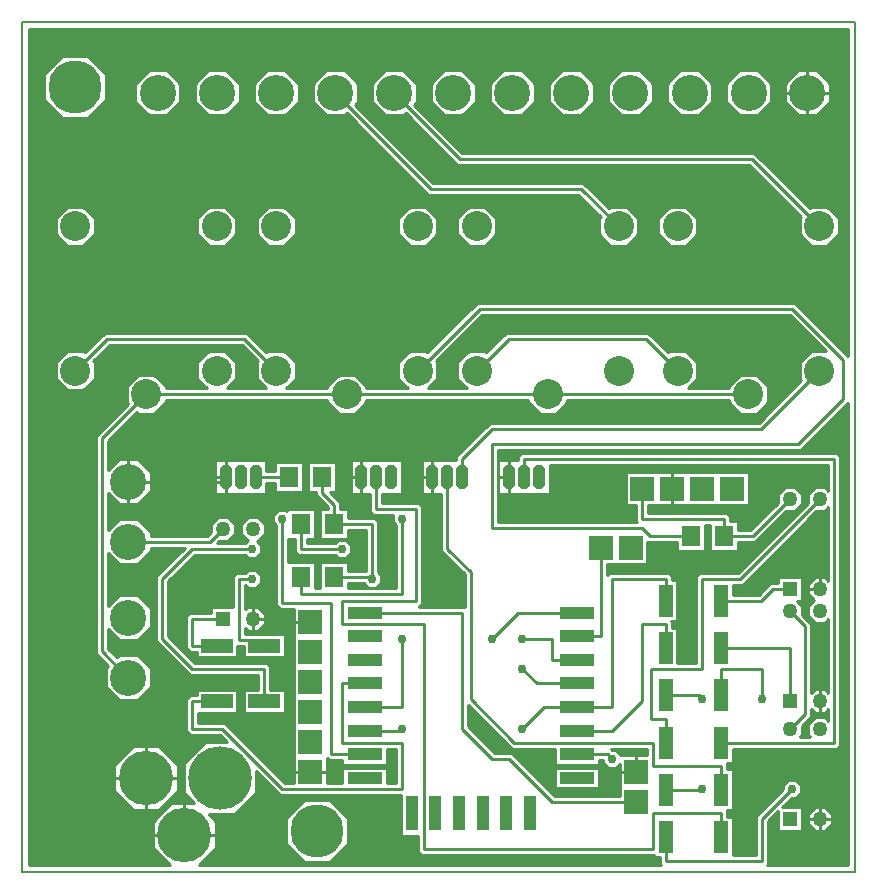
<source format=gbr>
G04 PROTEUS GERBER X2 FILE*
%TF.GenerationSoftware,Labcenter,Proteus,8.13-SP0-Build31525*%
%TF.CreationDate,2022-07-11T20:54:32+00:00*%
%TF.FileFunction,Copper,L1,Top*%
%TF.FilePolarity,Positive*%
%TF.Part,Single*%
%TF.SameCoordinates,{67e9d6b1-9973-4f3b-b57f-a68231676cbc}*%
%FSLAX45Y45*%
%MOMM*%
G01*
%TA.AperFunction,Conductor*%
%ADD10C,0.254000*%
%TA.AperFunction,ViaPad*%
%ADD11C,0.762000*%
%TA.AperFunction,ComponentPad*%
%ADD12C,3.048000*%
%TA.AperFunction,SMDPad,CuDef*%
%ADD13R,3.000000X1.000000*%
%ADD14R,1.000000X3.000000*%
%TA.AperFunction,SMDPad,CuDef*%
%ADD15R,2.692400X1.193800*%
%ADD16R,1.193800X2.692400*%
%TA.AperFunction,ComponentPad*%
%ADD17R,1.270000X1.270000*%
%ADD18C,1.270000*%
%TA.AperFunction,ComponentPad*%
%ADD19C,2.540000*%
%TA.AperFunction,ComponentPad*%
%ADD70R,2.032000X2.032000*%
%TA.AperFunction,ComponentPad*%
%ADD71C,4.600000*%
%ADD20C,5.360000*%
%AMPPAD013*
4,1,34,
0.000010,1.040000,
0.106330,1.029650,
0.204650,0.999880,
0.293070,0.952590,
0.369690,0.889690,
0.432590,0.813070,
0.479880,0.724650,
0.509650,0.626330,
0.520000,0.520010,
0.520000,-0.520010,
0.509650,-0.626330,
0.479880,-0.724650,
0.432590,-0.813070,
0.369690,-0.889690,
0.293070,-0.952590,
0.204650,-0.999880,
0.106330,-1.029650,
-0.000010,-1.040000,
-0.106330,-1.029650,
-0.204650,-0.999880,
-0.293070,-0.952590,
-0.369690,-0.889690,
-0.432590,-0.813070,
-0.479880,-0.724650,
-0.509650,-0.626330,
-0.520000,-0.520010,
-0.520000,0.520010,
-0.509650,0.626330,
-0.479880,0.724650,
-0.432590,0.813070,
-0.369690,0.889690,
-0.293070,0.952590,
-0.204650,0.999880,
-0.106330,1.029650,
0.000010,1.040000,
0*%
%ADD21PPAD013*%
%TA.AperFunction,SMDPad,CuDef*%
%ADD22R,1.600000X1.800000*%
%TA.AperFunction,OtherPad,Unknown*%
%ADD23C,4.500000*%
%TA.AperFunction,Profile*%
%ADD24C,0.203200*%
%TD.AperFunction*%
G36*
X+6989040Y+4376800D02*
X+6541041Y+4824799D01*
X+3852959Y+4824799D01*
X+3430822Y+4402662D01*
X+3418386Y+4415099D01*
X+3281614Y+4415099D01*
X+3184901Y+4318386D01*
X+3184901Y+4181614D01*
X+3265716Y+4100799D01*
X+2915099Y+4100799D01*
X+2915099Y+4118386D01*
X+2818386Y+4215099D01*
X+2681614Y+4215099D01*
X+2584901Y+4118386D01*
X+2584901Y+4100799D01*
X+2234284Y+4100799D01*
X+2315099Y+4181614D01*
X+2315099Y+4318386D01*
X+2218386Y+4415099D01*
X+2081614Y+4415099D01*
X+2069178Y+4402662D01*
X+1901041Y+4570799D01*
X+698959Y+4570799D01*
X+530822Y+4402662D01*
X+518386Y+4415099D01*
X+381614Y+4415099D01*
X+284901Y+4318386D01*
X+284901Y+4181614D01*
X+381614Y+4084901D01*
X+518386Y+4084901D01*
X+615099Y+4181614D01*
X+615099Y+4318386D01*
X+602662Y+4330822D01*
X+741041Y+4469201D01*
X+1858959Y+4469201D01*
X+1997338Y+4330822D01*
X+1984901Y+4318386D01*
X+1984901Y+4181614D01*
X+2065716Y+4100799D01*
X+1734284Y+4100799D01*
X+1815099Y+4181614D01*
X+1815099Y+4318386D01*
X+1718386Y+4415099D01*
X+1581614Y+4415099D01*
X+1484901Y+4318386D01*
X+1484901Y+4181614D01*
X+1565716Y+4100799D01*
X+1215099Y+4100799D01*
X+1215099Y+4118386D01*
X+1118386Y+4215099D01*
X+981614Y+4215099D01*
X+884901Y+4118386D01*
X+884901Y+3981614D01*
X+897338Y+3969178D01*
X+627201Y+3699041D01*
X+627201Y+1850959D01*
X+729377Y+1748783D01*
X+709501Y+1728907D01*
X+709501Y+1571093D01*
X+821093Y+1459501D01*
X+978907Y+1459501D01*
X+1090499Y+1571093D01*
X+1090499Y+1728907D01*
X+978907Y+1840499D01*
X+821093Y+1840499D01*
X+801217Y+1820623D01*
X+728799Y+1893041D01*
X+728799Y+2059795D01*
X+821093Y+1967501D01*
X+978907Y+1967501D01*
X+1090499Y+2079093D01*
X+1090499Y+2236907D01*
X+978907Y+2348499D01*
X+821093Y+2348499D01*
X+728799Y+2256205D01*
X+728799Y+2701795D01*
X+821093Y+2609501D01*
X+978907Y+2609501D01*
X+1090499Y+2721093D01*
X+1090499Y+2749201D01*
X+1375361Y+2749201D01*
X+1135201Y+2509041D01*
X+1135201Y+1958959D01*
X+1418959Y+1675201D01*
X+1999201Y+1675201D01*
X+1999201Y+1547789D01*
X+1877281Y+1547789D01*
X+1877281Y+1352211D01*
X+2222719Y+1352211D01*
X+2222719Y+1547789D01*
X+2100799Y+1547789D01*
X+2100799Y+1747041D01*
X+2071041Y+1776799D01*
X+1461041Y+1776799D01*
X+1236799Y+2001041D01*
X+1236799Y+2466959D01*
X+1461041Y+2691201D01*
X+1891037Y+2691201D01*
X+1916437Y+2665801D01*
X+1979563Y+2665801D01*
X+2024199Y+2710437D01*
X+2024199Y+2773563D01*
X+1987361Y+2810401D01*
X+1996084Y+2810401D01*
X+2055599Y+2869916D01*
X+2055599Y+2954084D01*
X+1996084Y+3013599D01*
X+1911916Y+3013599D01*
X+1852401Y+2954084D01*
X+1852401Y+2869916D01*
X+1910278Y+2812040D01*
X+1891037Y+2792799D01*
X+1652639Y+2792799D01*
X+1670241Y+2810401D01*
X+1742084Y+2810401D01*
X+1801599Y+2869916D01*
X+1801599Y+2954084D01*
X+1742084Y+3013599D01*
X+1657916Y+3013599D01*
X+1598401Y+2954084D01*
X+1598401Y+2882241D01*
X+1566959Y+2850799D01*
X+1090499Y+2850799D01*
X+1090499Y+2878907D01*
X+978907Y+2990499D01*
X+821093Y+2990499D01*
X+728799Y+2898205D01*
X+728799Y+3209795D01*
X+821093Y+3117501D01*
X+978907Y+3117501D01*
X+1090499Y+3229093D01*
X+1090499Y+3386907D01*
X+978907Y+3498499D01*
X+821093Y+3498499D01*
X+728799Y+3406205D01*
X+728799Y+3656959D01*
X+969178Y+3897338D01*
X+981614Y+3884901D01*
X+1118386Y+3884901D01*
X+1215099Y+3981614D01*
X+1215099Y+3999201D01*
X+2584901Y+3999201D01*
X+2584901Y+3981614D01*
X+2681614Y+3884901D01*
X+2818386Y+3884901D01*
X+2915099Y+3981614D01*
X+2915099Y+3999201D01*
X+4284901Y+3999201D01*
X+4284901Y+3981614D01*
X+4381614Y+3884901D01*
X+4518386Y+3884901D01*
X+4615099Y+3981614D01*
X+4615099Y+3999201D01*
X+5984901Y+3999201D01*
X+5984901Y+3981614D01*
X+6081614Y+3884901D01*
X+6218386Y+3884901D01*
X+6315099Y+3981614D01*
X+6315099Y+4118386D01*
X+6218386Y+4215099D01*
X+6081614Y+4215099D01*
X+5984901Y+4118386D01*
X+5984901Y+4100799D01*
X+5634284Y+4100799D01*
X+5715099Y+4181614D01*
X+5715099Y+4318386D01*
X+5618386Y+4415099D01*
X+5481614Y+4415099D01*
X+5469178Y+4402662D01*
X+5301041Y+4570799D01*
X+4098959Y+4570799D01*
X+3930822Y+4402662D01*
X+3918386Y+4415099D01*
X+3781614Y+4415099D01*
X+3684901Y+4318386D01*
X+3684901Y+4181614D01*
X+3765716Y+4100799D01*
X+3434284Y+4100799D01*
X+3515099Y+4181614D01*
X+3515099Y+4318386D01*
X+3502662Y+4330822D01*
X+3895041Y+4723201D01*
X+6498959Y+4723201D01*
X+6807061Y+4415099D01*
X+6681614Y+4415099D01*
X+6584901Y+4318386D01*
X+6584901Y+4181614D01*
X+6597338Y+4169178D01*
X+6236959Y+3808799D01*
X+3959959Y+3808799D01*
X+3676201Y+3525041D01*
X+3676201Y+3492099D01*
X+3382901Y+3492099D01*
X+3382901Y+3207901D01*
X+3549201Y+3207901D01*
X+3549201Y+2720959D01*
X+3746151Y+2524009D01*
X+3746151Y+2250798D01*
X+3362088Y+2250798D01*
X+3389349Y+2278059D01*
X+3389349Y+3096191D01*
X+3359591Y+3125949D01*
X+3050799Y+3125949D01*
X+3050799Y+3207901D01*
X+3217099Y+3207901D01*
X+3217099Y+3492099D01*
X+2782901Y+3492099D01*
X+2782901Y+3207901D01*
X+2949201Y+3207901D01*
X+2949201Y+3054109D01*
X+2978959Y+3024351D01*
X+3141801Y+3024351D01*
X+3141801Y+2964437D01*
X+3167201Y+2939037D01*
X+3167201Y+2411699D01*
X+2758099Y+2411699D01*
X+2758099Y+2449201D01*
X+2895037Y+2449201D01*
X+2932437Y+2411801D01*
X+2995563Y+2411801D01*
X+3040199Y+2456437D01*
X+3040199Y+2519563D01*
X+3014799Y+2544963D01*
X+3014799Y+2971041D01*
X+2985041Y+3000799D01*
X+2758099Y+3000799D01*
X+2758099Y+3078099D01*
X+2690799Y+3078099D01*
X+2690799Y+3135942D01*
X+2604840Y+3221901D01*
X+2658099Y+3221901D01*
X+2658099Y+3478099D01*
X+2421901Y+3478099D01*
X+2421901Y+3221901D01*
X+2489201Y+3221901D01*
X+2489201Y+3193860D01*
X+2589201Y+3093860D01*
X+2589201Y+3078099D01*
X+2521901Y+3078099D01*
X+2521901Y+2821901D01*
X+2758099Y+2821901D01*
X+2758099Y+2899201D01*
X+2913201Y+2899201D01*
X+2913201Y+2550799D01*
X+2758099Y+2550799D01*
X+2758099Y+2628099D01*
X+2521901Y+2628099D01*
X+2521901Y+2411699D01*
X+2478099Y+2411699D01*
X+2478099Y+2628099D01*
X+2252799Y+2628099D01*
X+2252799Y+2821901D01*
X+2309202Y+2821901D01*
X+2309202Y+2720959D01*
X+2338960Y+2691201D01*
X+2653037Y+2691201D01*
X+2678437Y+2665801D01*
X+2741563Y+2665801D01*
X+2786199Y+2710437D01*
X+2786199Y+2773563D01*
X+2741563Y+2818199D01*
X+2678437Y+2818199D01*
X+2653037Y+2792799D01*
X+2410798Y+2792799D01*
X+2410798Y+2821901D01*
X+2478099Y+2821901D01*
X+2478099Y+3078099D01*
X+2241901Y+3078099D01*
X+2241901Y+3063861D01*
X+2233563Y+3072199D01*
X+2170437Y+3072199D01*
X+2125801Y+3027563D01*
X+2125801Y+2964437D01*
X+2151201Y+2939037D01*
X+2151201Y+2263860D01*
X+2180959Y+2234102D01*
X+2300000Y+2234102D01*
X+2300000Y+760799D01*
X+2223041Y+760799D01*
X+1715041Y+1268799D01*
X+1490799Y+1268799D01*
X+1490799Y+1352211D01*
X+1822719Y+1352211D01*
X+1822719Y+1547789D01*
X+1477281Y+1547789D01*
X+1477281Y+1500798D01*
X+1418959Y+1500798D01*
X+1389201Y+1471040D01*
X+1389201Y+1196959D01*
X+1418959Y+1167201D01*
X+1672959Y+1167201D01*
X+1734061Y+1106099D01*
X+1548210Y+1106099D01*
X+1368901Y+926790D01*
X+1368901Y+673210D01*
X+1454012Y+588099D01*
X+1263950Y+588099D01*
X+1106901Y+431050D01*
X+1106901Y+208950D01*
X+1254891Y+60960D01*
X+60960Y+60960D01*
X+60960Y+7139040D01*
X+6989040Y+7139040D01*
X+6989040Y+4376800D01*
G37*
%LPC*%
G36*
X+959501Y+6521093D02*
X+959501Y+6678907D01*
X+1071093Y+6790499D01*
X+1228907Y+6790499D01*
X+1340499Y+6678907D01*
X+1340499Y+6521093D01*
X+1228907Y+6409501D01*
X+1071093Y+6409501D01*
X+959501Y+6521093D01*
G37*
G36*
X+1459881Y+6521093D02*
X+1459881Y+6678907D01*
X+1571473Y+6790499D01*
X+1729287Y+6790499D01*
X+1840879Y+6678907D01*
X+1840879Y+6521093D01*
X+1729287Y+6409501D01*
X+1571473Y+6409501D01*
X+1459881Y+6521093D01*
G37*
G36*
X+1960261Y+6521093D02*
X+1960261Y+6678907D01*
X+2071853Y+6790499D01*
X+2229667Y+6790499D01*
X+2341259Y+6678907D01*
X+2341259Y+6521093D01*
X+2229667Y+6409501D01*
X+2071853Y+6409501D01*
X+1960261Y+6521093D01*
G37*
G36*
X+2841639Y+6678907D02*
X+2841639Y+6521093D01*
X+2821763Y+6501217D01*
X+3482181Y+5840799D01*
X+4751041Y+5840799D01*
X+4969178Y+5622662D01*
X+4981614Y+5635099D01*
X+5118386Y+5635099D01*
X+5215099Y+5538386D01*
X+5215099Y+5401614D01*
X+5118386Y+5304901D01*
X+4981614Y+5304901D01*
X+4884901Y+5401614D01*
X+4884901Y+5538386D01*
X+4897338Y+5550822D01*
X+4708959Y+5739201D01*
X+3440099Y+5739201D01*
X+2749923Y+6429377D01*
X+2730047Y+6409501D01*
X+2572233Y+6409501D01*
X+2460641Y+6521093D01*
X+2460641Y+6678907D01*
X+2572233Y+6790499D01*
X+2730047Y+6790499D01*
X+2841639Y+6678907D01*
G37*
G36*
X+3339479Y+6678907D02*
X+3339479Y+6521093D01*
X+3319603Y+6501217D01*
X+3726021Y+6094799D01*
X+6197041Y+6094799D01*
X+6669178Y+5622662D01*
X+6681614Y+5635099D01*
X+6818386Y+5635099D01*
X+6915099Y+5538386D01*
X+6915099Y+5401614D01*
X+6818386Y+5304901D01*
X+6681614Y+5304901D01*
X+6584901Y+5401614D01*
X+6584901Y+5538386D01*
X+6597338Y+5550822D01*
X+6154959Y+5993201D01*
X+3683939Y+5993201D01*
X+3247763Y+6429377D01*
X+3227887Y+6409501D01*
X+3070073Y+6409501D01*
X+2958481Y+6521093D01*
X+2958481Y+6678907D01*
X+3070073Y+6790499D01*
X+3227887Y+6790499D01*
X+3339479Y+6678907D01*
G37*
G36*
X+3458861Y+6521093D02*
X+3458861Y+6678907D01*
X+3570453Y+6790499D01*
X+3728267Y+6790499D01*
X+3839859Y+6678907D01*
X+3839859Y+6521093D01*
X+3728267Y+6409501D01*
X+3570453Y+6409501D01*
X+3458861Y+6521093D01*
G37*
G36*
X+3959241Y+6521093D02*
X+3959241Y+6678907D01*
X+4070833Y+6790499D01*
X+4228647Y+6790499D01*
X+4340239Y+6678907D01*
X+4340239Y+6521093D01*
X+4228647Y+6409501D01*
X+4070833Y+6409501D01*
X+3959241Y+6521093D01*
G37*
G36*
X+4459621Y+6521093D02*
X+4459621Y+6678907D01*
X+4571213Y+6790499D01*
X+4729027Y+6790499D01*
X+4840619Y+6678907D01*
X+4840619Y+6521093D01*
X+4729027Y+6409501D01*
X+4571213Y+6409501D01*
X+4459621Y+6521093D01*
G37*
G36*
X+4960001Y+6521093D02*
X+4960001Y+6678907D01*
X+5071593Y+6790499D01*
X+5229407Y+6790499D01*
X+5340999Y+6678907D01*
X+5340999Y+6521093D01*
X+5229407Y+6409501D01*
X+5071593Y+6409501D01*
X+4960001Y+6521093D01*
G37*
G36*
X+5460381Y+6521093D02*
X+5460381Y+6678907D01*
X+5571973Y+6790499D01*
X+5729787Y+6790499D01*
X+5841379Y+6678907D01*
X+5841379Y+6521093D01*
X+5729787Y+6409501D01*
X+5571973Y+6409501D01*
X+5460381Y+6521093D01*
G37*
G36*
X+5960761Y+6521093D02*
X+5960761Y+6678907D01*
X+6072353Y+6790499D01*
X+6230167Y+6790499D01*
X+6341759Y+6678907D01*
X+6341759Y+6521093D01*
X+6230167Y+6409501D01*
X+6072353Y+6409501D01*
X+5960761Y+6521093D01*
G37*
G36*
X+6458601Y+6521093D02*
X+6458601Y+6678907D01*
X+6570193Y+6790499D01*
X+6728007Y+6790499D01*
X+6839599Y+6678907D01*
X+6839599Y+6521093D01*
X+6728007Y+6409501D01*
X+6570193Y+6409501D01*
X+6458601Y+6521093D01*
G37*
G36*
X+2024199Y+2519563D02*
X+2024199Y+2456437D01*
X+1979563Y+2411801D01*
X+1916437Y+2411801D01*
X+1891037Y+2437201D01*
X+1888359Y+2437201D01*
X+1888359Y+2228042D01*
X+1911916Y+2251599D01*
X+1996084Y+2251599D01*
X+2055599Y+2192084D01*
X+2055599Y+2107916D01*
X+1996084Y+2048401D01*
X+1911916Y+2048401D01*
X+1888359Y+2071958D01*
X+1888359Y+2017790D01*
X+2071041Y+2017790D01*
X+2071042Y+2017789D01*
X+2222719Y+2017789D01*
X+2222719Y+1822211D01*
X+1877281Y+1822211D01*
X+1877281Y+1916192D01*
X+1822719Y+1916192D01*
X+1822719Y+1822211D01*
X+1477281Y+1822211D01*
X+1477281Y+1869202D01*
X+1418959Y+1869202D01*
X+1389201Y+1898960D01*
X+1389201Y+2171041D01*
X+1418959Y+2200799D01*
X+1598401Y+2200799D01*
X+1598401Y+2251599D01*
X+1786761Y+2251599D01*
X+1786761Y+2509041D01*
X+1816519Y+2538799D01*
X+1891037Y+2538799D01*
X+1916437Y+2564199D01*
X+1979563Y+2564199D01*
X+2024199Y+2519563D01*
G37*
G36*
X+2218386Y+5304901D02*
X+2081614Y+5304901D01*
X+1984901Y+5401614D01*
X+1984901Y+5538386D01*
X+2081614Y+5635099D01*
X+2218386Y+5635099D01*
X+2315099Y+5538386D01*
X+2315099Y+5401614D01*
X+2218386Y+5304901D01*
G37*
G36*
X+3418386Y+5304901D02*
X+3281614Y+5304901D01*
X+3184901Y+5401614D01*
X+3184901Y+5538386D01*
X+3281614Y+5635099D01*
X+3418386Y+5635099D01*
X+3515099Y+5538386D01*
X+3515099Y+5401614D01*
X+3418386Y+5304901D01*
G37*
G36*
X+518386Y+5304901D02*
X+381614Y+5304901D01*
X+284901Y+5401614D01*
X+284901Y+5538386D01*
X+381614Y+5635099D01*
X+518386Y+5635099D01*
X+615099Y+5538386D01*
X+615099Y+5401614D01*
X+518386Y+5304901D01*
G37*
G36*
X+1718386Y+5304901D02*
X+1581614Y+5304901D01*
X+1484901Y+5401614D01*
X+1484901Y+5538386D01*
X+1581614Y+5635099D01*
X+1718386Y+5635099D01*
X+1815099Y+5538386D01*
X+1815099Y+5401614D01*
X+1718386Y+5304901D01*
G37*
G36*
X+3918386Y+5304901D02*
X+3781614Y+5304901D01*
X+3684901Y+5401614D01*
X+3684901Y+5538386D01*
X+3781614Y+5635099D01*
X+3918386Y+5635099D01*
X+4015099Y+5538386D01*
X+4015099Y+5401614D01*
X+3918386Y+5304901D01*
G37*
G36*
X+5618386Y+5304901D02*
X+5481614Y+5304901D01*
X+5384901Y+5401614D01*
X+5384901Y+5538386D01*
X+5481614Y+5635099D01*
X+5618386Y+5635099D01*
X+5715099Y+5538386D01*
X+5715099Y+5401614D01*
X+5618386Y+5304901D01*
G37*
G36*
X+938950Y+1068099D02*
X+1161050Y+1068099D01*
X+1318099Y+911050D01*
X+1318099Y+688950D01*
X+1161050Y+531901D01*
X+938950Y+531901D01*
X+781901Y+688950D01*
X+781901Y+911050D01*
X+938950Y+1068099D01*
G37*
G36*
X+2067099Y+3400798D02*
X+2141901Y+3400798D01*
X+2141901Y+3478099D01*
X+2378099Y+3478099D01*
X+2378099Y+3221901D01*
X+2141901Y+3221901D01*
X+2141901Y+3299200D01*
X+2067099Y+3299200D01*
X+2067099Y+3207901D01*
X+1632901Y+3207901D01*
X+1632901Y+3492099D01*
X+2067099Y+3492099D01*
X+2067099Y+3400798D01*
G37*
G36*
X+186901Y+6541021D02*
X+186901Y+6758979D01*
X+341021Y+6913099D01*
X+558979Y+6913099D01*
X+713099Y+6758979D01*
X+713099Y+6541021D01*
X+558979Y+6386901D01*
X+341021Y+6386901D01*
X+186901Y+6541021D01*
G37*
%LPD*%
G36*
X+6989040Y+60960D02*
X+6304679Y+60960D01*
X+6316799Y+73080D01*
X+6316799Y+434959D01*
X+6398401Y+516561D01*
X+6398401Y+348401D01*
X+6601599Y+348401D01*
X+6601599Y+551599D01*
X+6433439Y+551599D01*
X+6515641Y+633801D01*
X+6551563Y+633801D01*
X+6596199Y+678437D01*
X+6596199Y+741563D01*
X+6551563Y+786199D01*
X+6488437Y+786199D01*
X+6443801Y+741563D01*
X+6443801Y+705641D01*
X+6215201Y+477041D01*
X+6215201Y+144918D01*
X+6017789Y+144918D01*
X+6017789Y+472719D01*
X+5970799Y+472719D01*
X+5970799Y+521041D01*
X+5964559Y+527281D01*
X+6017789Y+527281D01*
X+6017789Y+872719D01*
X+5970799Y+872719D01*
X+5970799Y+921041D01*
X+5964559Y+927281D01*
X+6017789Y+927281D01*
X+6017789Y+1049201D01*
X+6899476Y+1049202D01*
X+6929234Y+1078960D01*
X+6929234Y+3525041D01*
X+6899476Y+3554799D01*
X+4228959Y+3554799D01*
X+4199201Y+3525041D01*
X+4199201Y+3492099D01*
X+4032901Y+3492099D01*
X+4032901Y+3207901D01*
X+4467099Y+3207901D01*
X+4467099Y+3453201D01*
X+6827636Y+3453201D01*
X+6827636Y+3232047D01*
X+6796084Y+3263599D01*
X+6711916Y+3263599D01*
X+6652401Y+3204084D01*
X+6652401Y+3132241D01*
X+6058959Y+2538799D01*
X+5736959Y+2538799D01*
X+5707201Y+2509041D01*
X+5707201Y+1776799D01*
X+5547789Y+1776799D01*
X+5547789Y+2072719D01*
X+5500799Y+2072719D01*
X+5500799Y+2121041D01*
X+5494559Y+2127281D01*
X+5547789Y+2127281D01*
X+5547789Y+2472719D01*
X+5500799Y+2472719D01*
X+5500799Y+2509041D01*
X+5471041Y+2538799D01*
X+4974959Y+2538799D01*
X+4950799Y+2514639D01*
X+4950799Y+2610301D01*
X+5293699Y+2610301D01*
X+5293699Y+2801911D01*
X+5296409Y+2799201D01*
X+5541901Y+2799201D01*
X+5541901Y+2721901D01*
X+5778099Y+2721901D01*
X+5778099Y+2945201D01*
X+5821901Y+2945201D01*
X+5821901Y+2721901D01*
X+6058099Y+2721901D01*
X+6058099Y+2799201D01*
X+6209041Y+2799201D01*
X+6470241Y+3060401D01*
X+6542084Y+3060401D01*
X+6601599Y+3119916D01*
X+6601599Y+3204084D01*
X+6542084Y+3263599D01*
X+6457916Y+3263599D01*
X+6398401Y+3204084D01*
X+6398401Y+3132241D01*
X+6166959Y+2900799D01*
X+6058099Y+2900799D01*
X+6058099Y+2978099D01*
X+5990799Y+2978099D01*
X+5990799Y+3017041D01*
X+5961041Y+3046799D01*
X+5300799Y+3046799D01*
X+5300799Y+3110301D01*
X+6151699Y+3110301D01*
X+6151699Y+3389699D01*
X+5110301Y+3389699D01*
X+5110301Y+3110301D01*
X+5199201Y+3110301D01*
X+5199201Y+2974959D01*
X+5205911Y+2968249D01*
X+4030799Y+2968249D01*
X+4030799Y+3580201D01*
X+6592111Y+3580201D01*
X+6989040Y+3977130D01*
X+6989040Y+60960D01*
G37*
%LPC*%
G36*
X+6652401Y+407916D02*
X+6652401Y+492084D01*
X+6711916Y+551599D01*
X+6796084Y+551599D01*
X+6855599Y+492084D01*
X+6855599Y+407916D01*
X+6796084Y+348401D01*
X+6711916Y+348401D01*
X+6652401Y+407916D01*
G37*
%LPD*%
G36*
X+2166080Y+674080D02*
X+2180959Y+659201D01*
X+3211901Y+659201D01*
X+3211901Y+311901D01*
X+3349201Y+311901D01*
X+3349201Y+180959D01*
X+3378959Y+151201D01*
X+5352211Y+151201D01*
X+5352211Y+127281D01*
X+5399201Y+127281D01*
X+5399201Y+73080D01*
X+5411321Y+60960D01*
X+1495109Y+60960D01*
X+1643099Y+208950D01*
X+1643099Y+431050D01*
X+1580248Y+493901D01*
X+1801790Y+493901D01*
X+1981099Y+673210D01*
X+1981099Y+859061D01*
X+2166080Y+674080D01*
G37*
%LPC*%
G36*
X+2236901Y+241021D02*
X+2236901Y+458979D01*
X+2391021Y+613099D01*
X+2608979Y+613099D01*
X+2763099Y+458979D01*
X+2763099Y+241021D01*
X+2608979Y+86901D01*
X+2391021Y+86901D01*
X+2236901Y+241021D01*
G37*
%LPD*%
G36*
X+6827636Y+2470047D02*
X+6796084Y+2501599D01*
X+6711916Y+2501599D01*
X+6652401Y+2442084D01*
X+6652401Y+2357916D01*
X+6704317Y+2306000D01*
X+6652401Y+2254084D01*
X+6652401Y+2169916D01*
X+6711916Y+2110401D01*
X+6796084Y+2110401D01*
X+6827636Y+2141953D01*
X+6827636Y+1520047D01*
X+6796084Y+1551599D01*
X+6711916Y+1551599D01*
X+6677799Y+1517482D01*
X+6677799Y+2106041D01*
X+6601599Y+2182241D01*
X+6601599Y+2254084D01*
X+6557282Y+2298401D01*
X+6601599Y+2298401D01*
X+6601599Y+2501599D01*
X+6398401Y+2501599D01*
X+6398401Y+2450799D01*
X+6336559Y+2450799D01*
X+6236559Y+2350799D01*
X+6017789Y+2350799D01*
X+6017789Y+2437201D01*
X+6101041Y+2437201D01*
X+6724241Y+3060401D01*
X+6796084Y+3060401D01*
X+6827636Y+3091953D01*
X+6827636Y+2470047D01*
G37*
G36*
X+6711916Y+1348401D02*
X+6796084Y+1348401D01*
X+6827636Y+1379953D01*
X+6827636Y+1282047D01*
X+6796084Y+1313599D01*
X+6711916Y+1313599D01*
X+6652401Y+1254084D01*
X+6652401Y+1169916D01*
X+6671519Y+1150798D01*
X+6582481Y+1150798D01*
X+6601599Y+1169916D01*
X+6601599Y+1241759D01*
X+6677799Y+1317959D01*
X+6677799Y+1382518D01*
X+6711916Y+1348401D01*
G37*
G36*
X+5295156Y+993699D02*
X+5072199Y+993699D01*
X+5072199Y+995563D01*
X+5027563Y+1040199D01*
X+4991641Y+1040199D01*
X+4982638Y+1049202D01*
X+5295156Y+1049202D01*
X+5295156Y+993699D01*
G37*
G36*
X+3167201Y+760799D02*
X+3088099Y+760799D01*
X+3088099Y+888099D01*
X+2711901Y+888099D01*
X+2711901Y+760799D01*
X+2579398Y+760799D01*
X+2579398Y+968063D01*
X+2598259Y+949202D01*
X+2711901Y+949202D01*
X+2711901Y+911901D01*
X+3088099Y+911901D01*
X+3088099Y+1049201D01*
X+3167201Y+1049201D01*
X+3167201Y+760799D01*
G37*
G36*
X+4133030Y+1064080D02*
X+4147908Y+1049202D01*
X+4511901Y+1049202D01*
X+4511901Y+911901D01*
X+4888099Y+911901D01*
X+4888099Y+949201D01*
X+4919801Y+949201D01*
X+4919801Y+932437D01*
X+4964437Y+887801D01*
X+5027563Y+887801D01*
X+5060301Y+920539D01*
X+5060301Y+650799D01*
X+4509041Y+650799D01*
X+4145041Y+1014799D01*
X+4001041Y+1014799D01*
X+3776799Y+1239041D01*
X+3776799Y+1420311D01*
X+4133030Y+1064080D01*
G37*
%LPC*%
G36*
X+4511901Y+888099D02*
X+4888099Y+888099D01*
X+4888099Y+711901D01*
X+4511901Y+711901D01*
X+4511901Y+888099D01*
G37*
%LPD*%
D10*
X+1050000Y+4050000D02*
X+678000Y+3678000D01*
X+678000Y+1872000D01*
X+900000Y+1650000D01*
X+2750000Y+4050000D02*
X+1050000Y+4050000D01*
X+4450000Y+4050000D02*
X+6150000Y+4050000D01*
X+2750000Y+4050000D02*
X+4450000Y+4050000D01*
X+2651140Y+6600000D02*
X+3461140Y+5790000D01*
X+4730000Y+5790000D01*
X+5050000Y+5470000D01*
X+3148980Y+6600000D02*
X+3704980Y+6044000D01*
X+6176000Y+6044000D01*
X+6750000Y+5470000D01*
X+2202000Y+2996000D02*
X+2202000Y+2284900D01*
X+2619300Y+2284900D01*
X+2619300Y+1000000D01*
X+2900000Y+1000000D01*
X+3218000Y+1218000D02*
X+3200000Y+1200000D01*
X+2900000Y+1200000D01*
X+3218000Y+1980000D02*
X+3218000Y+1400000D01*
X+2900000Y+1400000D01*
X+2900000Y+1600000D02*
X+2710000Y+1600000D01*
X+2710000Y+1100000D01*
X+3218000Y+1100000D01*
X+3218000Y+710000D01*
X+2202000Y+710000D01*
X+1694000Y+1218000D01*
X+1440000Y+1218000D01*
X+1440000Y+1450000D01*
X+1650000Y+1450000D01*
X+1700000Y+2150000D02*
X+1440000Y+2150000D01*
X+1440000Y+1920000D01*
X+1650000Y+1920000D01*
X+1948000Y+2742000D02*
X+1440000Y+2742000D01*
X+1186000Y+2488000D01*
X+1186000Y+1980000D01*
X+1440000Y+1726000D01*
X+2050000Y+1726000D01*
X+2050000Y+1450000D01*
X+1948000Y+2488000D02*
X+1837560Y+2488000D01*
X+1837560Y+1966991D01*
X+2050000Y+1966991D01*
X+2050000Y+1920000D01*
X+1977000Y+3350000D02*
X+1977000Y+3349999D01*
X+2260000Y+3349999D01*
X+2260000Y+3350000D01*
X+4700000Y+1400000D02*
X+4996000Y+1400000D01*
X+4996000Y+2488000D01*
X+5450000Y+2488000D01*
X+5450000Y+2300000D01*
X+4700000Y+1400000D02*
X+4416000Y+1400000D01*
X+4234000Y+1218000D01*
X+6500000Y+2400000D02*
X+6357600Y+2400000D01*
X+6257600Y+2300000D01*
X+5920000Y+2300000D01*
X+6754000Y+3162000D02*
X+6080000Y+2488000D01*
X+5758000Y+2488000D01*
X+5758000Y+1726000D01*
X+5326505Y+1726000D01*
X+5326505Y+1300000D01*
X+5450000Y+1300000D01*
X+5450000Y+1100000D01*
X+4250000Y+3350000D02*
X+4250000Y+3504000D01*
X+6878435Y+3504000D01*
X+6878435Y+1100000D01*
X+5920000Y+1100000D01*
X+2710000Y+2742000D02*
X+2360000Y+2742000D01*
X+2360000Y+2950000D01*
X+4700000Y+1200000D02*
X+4996000Y+1200000D01*
X+5250000Y+1454000D01*
X+5250000Y+2100000D01*
X+5450000Y+2100000D01*
X+5450000Y+1900000D01*
X+6500000Y+1450000D02*
X+6500000Y+1900000D01*
X+5920000Y+1900000D01*
X+5758000Y+710000D02*
X+5748000Y+700000D01*
X+5450000Y+700000D01*
X+3600000Y+3350000D02*
X+3600000Y+2742000D01*
X+3796950Y+2545050D01*
X+3796950Y+1472000D01*
X+4168950Y+1100000D01*
X+5345955Y+1100000D01*
X+5345955Y+900000D01*
X+5920000Y+900000D01*
X+5920000Y+700000D01*
X+3727000Y+3350000D02*
X+3727000Y+3504000D01*
X+3981000Y+3758000D01*
X+6258000Y+3758000D01*
X+6750000Y+4250000D01*
X+3218000Y+2996000D02*
X+3218000Y+2360900D01*
X+2360000Y+2360900D01*
X+2360000Y+2500000D01*
X+5758000Y+1472000D02*
X+5730000Y+1500000D01*
X+5450000Y+1500000D01*
X+4996000Y+964000D02*
X+4960000Y+1000000D01*
X+4700000Y+1000000D01*
X+6266000Y+1472000D02*
X+6266000Y+1726000D01*
X+5920000Y+1726000D01*
X+5920000Y+1500000D01*
X+6520000Y+710000D02*
X+6266000Y+456000D01*
X+6266000Y+94120D01*
X+5450000Y+94120D01*
X+5450000Y+300000D01*
X+3000000Y+3350000D02*
X+3000000Y+3075150D01*
X+3338550Y+3075150D01*
X+3338550Y+2299100D01*
X+2710000Y+2299100D01*
X+2710000Y+2100000D01*
X+3400000Y+2100000D01*
X+3400000Y+202000D01*
X+5345955Y+202000D01*
X+5345955Y+500000D01*
X+5920000Y+500000D01*
X+5920000Y+300000D01*
X+3350000Y+4250000D02*
X+3874000Y+4774000D01*
X+6520000Y+4774000D01*
X+6952070Y+4341930D01*
X+6952070Y+4012000D01*
X+6571070Y+3631000D01*
X+3980000Y+3631000D01*
X+3980000Y+2917450D01*
X+5250000Y+2917450D01*
X+5317450Y+2850000D01*
X+5660000Y+2850000D01*
X+4900000Y+2750000D02*
X+4900000Y+2000000D01*
X+4700000Y+2000000D01*
X+5200000Y+600000D02*
X+4488000Y+600000D01*
X+4124000Y+964000D01*
X+3980000Y+964000D01*
X+3726000Y+1218000D01*
X+3726000Y+2200000D01*
X+2900000Y+2200000D01*
X+4234000Y+1726000D02*
X+4360000Y+1600000D01*
X+4700000Y+1600000D01*
X+4234000Y+1980000D02*
X+4488000Y+1980000D01*
X+4488000Y+1800000D01*
X+4700000Y+1800000D01*
X+3980000Y+1980000D02*
X+4200000Y+2200000D01*
X+4700000Y+2200000D01*
X+1723000Y+3350000D02*
X+1723000Y+3504000D01*
X+2710000Y+3504000D01*
X+3473000Y+3350000D02*
X+3473000Y+3504000D01*
X+2710000Y+3504000D01*
X+2710000Y+3350000D02*
X+2710000Y+3504000D01*
X+5504000Y+3250000D02*
X+5504000Y+3421450D01*
X+4742000Y+3421450D01*
X+4316550Y+2996000D01*
X+4123000Y+2996000D01*
X+4123000Y+3350000D01*
X+900000Y+3308000D02*
X+1723000Y+3308000D01*
X+1723000Y+3350000D01*
X+1954000Y+2150000D02*
X+2202000Y+2150000D01*
X+2232000Y+2120000D01*
X+2439699Y+2120000D01*
X+2710000Y+3350000D02*
X+2873000Y+3350000D01*
X+5250000Y+3250000D02*
X+5250000Y+2996000D01*
X+5940000Y+2996000D01*
X+5940000Y+2850000D01*
X+6500000Y+3162000D02*
X+6188000Y+2850000D01*
X+5940000Y+2850000D01*
X+2640000Y+2950000D02*
X+2964000Y+2950000D01*
X+2964000Y+2488000D01*
X+1700000Y+2912000D02*
X+1588000Y+2800000D01*
X+900000Y+2800000D01*
X+2640000Y+2950000D02*
X+2640000Y+3114901D01*
X+2540000Y+3214901D01*
X+2540000Y+3350000D01*
X+2964000Y+2488000D02*
X+2952000Y+2500000D01*
X+2640000Y+2500000D01*
X+2150000Y+4250000D02*
X+1880000Y+4520000D01*
X+720000Y+4520000D01*
X+450000Y+4250000D01*
X+3850000Y+4250000D02*
X+4120000Y+4520000D01*
X+5280000Y+4520000D01*
X+5550000Y+4250000D01*
X+6500000Y+2212000D02*
X+6627000Y+2085000D01*
X+6627000Y+1339000D01*
X+6500000Y+1212000D01*
D11*
X+2202000Y+2996000D03*
X+3218000Y+1218000D03*
X+3218000Y+1980000D03*
X+1948000Y+2742000D03*
X+1948000Y+2488000D03*
X+4234000Y+1218000D03*
X+2710000Y+2742000D03*
X+5758000Y+710000D03*
X+3218000Y+2996000D03*
X+5758000Y+1472000D03*
X+4996000Y+964000D03*
X+6266000Y+1472000D03*
X+6520000Y+710000D03*
X+4234000Y+1726000D03*
X+4234000Y+1980000D03*
X+3980000Y+1980000D03*
X+2964000Y+2488000D03*
D10*
X+6989040Y+4376800D02*
X+6541041Y+4824799D01*
X+3852959Y+4824799D01*
X+3430822Y+4402662D01*
X+3418386Y+4415099D01*
X+3281614Y+4415099D01*
X+3184901Y+4318386D01*
X+3184901Y+4181614D01*
X+3265716Y+4100799D01*
X+2915099Y+4100799D01*
X+2915099Y+4118386D01*
X+2818386Y+4215099D01*
X+2681614Y+4215099D01*
X+2584901Y+4118386D01*
X+2584901Y+4100799D01*
X+2234284Y+4100799D01*
X+2315099Y+4181614D01*
X+2315099Y+4318386D01*
X+2218386Y+4415099D01*
X+2081614Y+4415099D01*
X+2069178Y+4402662D01*
X+1901041Y+4570799D01*
X+698959Y+4570799D01*
X+530822Y+4402662D01*
X+518386Y+4415099D01*
X+381614Y+4415099D01*
X+284901Y+4318386D01*
X+284901Y+4181614D01*
X+381614Y+4084901D01*
X+518386Y+4084901D01*
X+615099Y+4181614D01*
X+615099Y+4318386D01*
X+602662Y+4330822D01*
X+741041Y+4469201D01*
X+1858959Y+4469201D01*
X+1997338Y+4330822D01*
X+1984901Y+4318386D01*
X+1984901Y+4181614D01*
X+2065716Y+4100799D01*
X+1734284Y+4100799D01*
X+1815099Y+4181614D01*
X+1815099Y+4318386D01*
X+1718386Y+4415099D01*
X+1581614Y+4415099D01*
X+1484901Y+4318386D01*
X+1484901Y+4181614D01*
X+1565716Y+4100799D01*
X+1215099Y+4100799D01*
X+1215099Y+4118386D01*
X+1118386Y+4215099D01*
X+981614Y+4215099D01*
X+884901Y+4118386D01*
X+884901Y+3981614D01*
X+897338Y+3969178D01*
X+627201Y+3699041D01*
X+627201Y+1850959D01*
X+729377Y+1748783D01*
X+709501Y+1728907D01*
X+709501Y+1571093D01*
X+821093Y+1459501D01*
X+978907Y+1459501D01*
X+1090499Y+1571093D01*
X+1090499Y+1728907D01*
X+978907Y+1840499D01*
X+821093Y+1840499D01*
X+801217Y+1820623D01*
X+728799Y+1893041D01*
X+728799Y+2059795D01*
X+821093Y+1967501D01*
X+978907Y+1967501D01*
X+1090499Y+2079093D01*
X+1090499Y+2236907D01*
X+978907Y+2348499D01*
X+821093Y+2348499D01*
X+728799Y+2256205D01*
X+728799Y+2701795D01*
X+821093Y+2609501D01*
X+978907Y+2609501D01*
X+1090499Y+2721093D01*
X+1090499Y+2749201D01*
X+1375361Y+2749201D01*
X+1135201Y+2509041D01*
X+1135201Y+1958959D01*
X+1418959Y+1675201D01*
X+1999201Y+1675201D01*
X+1999201Y+1547789D01*
X+1877281Y+1547789D01*
X+1877281Y+1352211D01*
X+2222719Y+1352211D01*
X+2222719Y+1547789D01*
X+2100799Y+1547789D01*
X+2100799Y+1747041D01*
X+2071041Y+1776799D01*
X+1461041Y+1776799D01*
X+1236799Y+2001041D01*
X+1236799Y+2466959D01*
X+1461041Y+2691201D01*
X+1891037Y+2691201D01*
X+1916437Y+2665801D01*
X+1979563Y+2665801D01*
X+2024199Y+2710437D01*
X+2024199Y+2773563D01*
X+1987361Y+2810401D01*
X+1996084Y+2810401D01*
X+2055599Y+2869916D01*
X+2055599Y+2954084D01*
X+1996084Y+3013599D01*
X+1911916Y+3013599D01*
X+1852401Y+2954084D01*
X+1852401Y+2869916D01*
X+1910278Y+2812040D01*
X+1891037Y+2792799D01*
X+1652639Y+2792799D01*
X+1670241Y+2810401D01*
X+1742084Y+2810401D01*
X+1801599Y+2869916D01*
X+1801599Y+2954084D01*
X+1742084Y+3013599D01*
X+1657916Y+3013599D01*
X+1598401Y+2954084D01*
X+1598401Y+2882241D01*
X+1566959Y+2850799D01*
X+1090499Y+2850799D01*
X+1090499Y+2878907D01*
X+978907Y+2990499D01*
X+821093Y+2990499D01*
X+728799Y+2898205D01*
X+728799Y+3209795D01*
X+821093Y+3117501D01*
X+978907Y+3117501D01*
X+1090499Y+3229093D01*
X+1090499Y+3386907D01*
X+978907Y+3498499D01*
X+821093Y+3498499D01*
X+728799Y+3406205D01*
X+728799Y+3656959D01*
X+969178Y+3897338D01*
X+981614Y+3884901D01*
X+1118386Y+3884901D01*
X+1215099Y+3981614D01*
X+1215099Y+3999201D01*
X+2584901Y+3999201D01*
X+2584901Y+3981614D01*
X+2681614Y+3884901D01*
X+2818386Y+3884901D01*
X+2915099Y+3981614D01*
X+2915099Y+3999201D01*
X+4284901Y+3999201D01*
X+4284901Y+3981614D01*
X+4381614Y+3884901D01*
X+4518386Y+3884901D01*
X+4615099Y+3981614D01*
X+4615099Y+3999201D01*
X+5984901Y+3999201D01*
X+5984901Y+3981614D01*
X+6081614Y+3884901D01*
X+6218386Y+3884901D01*
X+6315099Y+3981614D01*
X+6315099Y+4118386D01*
X+6218386Y+4215099D01*
X+6081614Y+4215099D01*
X+5984901Y+4118386D01*
X+5984901Y+4100799D01*
X+5634284Y+4100799D01*
X+5715099Y+4181614D01*
X+5715099Y+4318386D01*
X+5618386Y+4415099D01*
X+5481614Y+4415099D01*
X+5469178Y+4402662D01*
X+5301041Y+4570799D01*
X+4098959Y+4570799D01*
X+3930822Y+4402662D01*
X+3918386Y+4415099D01*
X+3781614Y+4415099D01*
X+3684901Y+4318386D01*
X+3684901Y+4181614D01*
X+3765716Y+4100799D01*
X+3434284Y+4100799D01*
X+3515099Y+4181614D01*
X+3515099Y+4318386D01*
X+3502662Y+4330822D01*
X+3895041Y+4723201D01*
X+6498959Y+4723201D01*
X+6807061Y+4415099D01*
X+6681614Y+4415099D01*
X+6584901Y+4318386D01*
X+6584901Y+4181614D01*
X+6597338Y+4169178D01*
X+6236959Y+3808799D01*
X+3959959Y+3808799D01*
X+3676201Y+3525041D01*
X+3676201Y+3492099D01*
X+3382901Y+3492099D01*
X+3382901Y+3207901D01*
X+3549201Y+3207901D01*
X+3549201Y+2720959D01*
X+3746151Y+2524009D01*
X+3746151Y+2250798D01*
X+3362088Y+2250798D01*
X+3389349Y+2278059D01*
X+3389349Y+3096191D01*
X+3359591Y+3125949D01*
X+3050799Y+3125949D01*
X+3050799Y+3207901D01*
X+3217099Y+3207901D01*
X+3217099Y+3492099D01*
X+2782901Y+3492099D01*
X+2782901Y+3207901D01*
X+2949201Y+3207901D01*
X+2949201Y+3054109D01*
X+2978959Y+3024351D01*
X+3141801Y+3024351D01*
X+3141801Y+2964437D01*
X+3167201Y+2939037D01*
X+3167201Y+2411699D01*
X+2758099Y+2411699D01*
X+2758099Y+2449201D01*
X+2895037Y+2449201D01*
X+2932437Y+2411801D01*
X+2995563Y+2411801D01*
X+3040199Y+2456437D01*
X+3040199Y+2519563D01*
X+3014799Y+2544963D01*
X+3014799Y+2971041D01*
X+2985041Y+3000799D01*
X+2758099Y+3000799D01*
X+2758099Y+3078099D01*
X+2690799Y+3078099D01*
X+2690799Y+3135942D01*
X+2604840Y+3221901D01*
X+2658099Y+3221901D01*
X+2658099Y+3478099D01*
X+2421901Y+3478099D01*
X+2421901Y+3221901D01*
X+2489201Y+3221901D01*
X+2489201Y+3193860D01*
X+2589201Y+3093860D01*
X+2589201Y+3078099D01*
X+2521901Y+3078099D01*
X+2521901Y+2821901D01*
X+2758099Y+2821901D01*
X+2758099Y+2899201D01*
X+2913201Y+2899201D01*
X+2913201Y+2550799D01*
X+2758099Y+2550799D01*
X+2758099Y+2628099D01*
X+2521901Y+2628099D01*
X+2521901Y+2411699D01*
X+2478099Y+2411699D01*
X+2478099Y+2628099D01*
X+2252799Y+2628099D01*
X+2252799Y+2821901D01*
X+2309202Y+2821901D01*
X+2309202Y+2720959D01*
X+2338960Y+2691201D01*
X+2653037Y+2691201D01*
X+2678437Y+2665801D01*
X+2741563Y+2665801D01*
X+2786199Y+2710437D01*
X+2786199Y+2773563D01*
X+2741563Y+2818199D01*
X+2678437Y+2818199D01*
X+2653037Y+2792799D01*
X+2410798Y+2792799D01*
X+2410798Y+2821901D01*
X+2478099Y+2821901D01*
X+2478099Y+3078099D01*
X+2241901Y+3078099D01*
X+2241901Y+3063861D01*
X+2233563Y+3072199D01*
X+2170437Y+3072199D01*
X+2125801Y+3027563D01*
X+2125801Y+2964437D01*
X+2151201Y+2939037D01*
X+2151201Y+2263860D01*
X+2180959Y+2234102D01*
X+2300000Y+2234102D01*
X+2300000Y+760799D01*
X+2223041Y+760799D01*
X+1715041Y+1268799D01*
X+1490799Y+1268799D01*
X+1490799Y+1352211D01*
X+1822719Y+1352211D01*
X+1822719Y+1547789D01*
X+1477281Y+1547789D01*
X+1477281Y+1500798D01*
X+1418959Y+1500798D01*
X+1389201Y+1471040D01*
X+1389201Y+1196959D01*
X+1418959Y+1167201D01*
X+1672959Y+1167201D01*
X+1734061Y+1106099D01*
X+1548210Y+1106099D01*
X+1368901Y+926790D01*
X+1368901Y+673210D01*
X+1454012Y+588099D01*
X+1263950Y+588099D01*
X+1106901Y+431050D01*
X+1106901Y+208950D01*
X+1254891Y+60960D01*
X+60960Y+60960D01*
X+60960Y+7139040D01*
X+6989040Y+7139040D01*
X+6989040Y+4376800D01*
X+959501Y+6521093D02*
X+959501Y+6678907D01*
X+1071093Y+6790499D01*
X+1228907Y+6790499D01*
X+1340499Y+6678907D01*
X+1340499Y+6521093D01*
X+1228907Y+6409501D01*
X+1071093Y+6409501D01*
X+959501Y+6521093D01*
X+1459881Y+6521093D02*
X+1459881Y+6678907D01*
X+1571473Y+6790499D01*
X+1729287Y+6790499D01*
X+1840879Y+6678907D01*
X+1840879Y+6521093D01*
X+1729287Y+6409501D01*
X+1571473Y+6409501D01*
X+1459881Y+6521093D01*
X+1960261Y+6521093D02*
X+1960261Y+6678907D01*
X+2071853Y+6790499D01*
X+2229667Y+6790499D01*
X+2341259Y+6678907D01*
X+2341259Y+6521093D01*
X+2229667Y+6409501D01*
X+2071853Y+6409501D01*
X+1960261Y+6521093D01*
X+2841639Y+6678907D02*
X+2841639Y+6521093D01*
X+2821763Y+6501217D01*
X+3482181Y+5840799D01*
X+4751041Y+5840799D01*
X+4969178Y+5622662D01*
X+4981614Y+5635099D01*
X+5118386Y+5635099D01*
X+5215099Y+5538386D01*
X+5215099Y+5401614D01*
X+5118386Y+5304901D01*
X+4981614Y+5304901D01*
X+4884901Y+5401614D01*
X+4884901Y+5538386D01*
X+4897338Y+5550822D01*
X+4708959Y+5739201D01*
X+3440099Y+5739201D01*
X+2749923Y+6429377D01*
X+2730047Y+6409501D01*
X+2572233Y+6409501D01*
X+2460641Y+6521093D01*
X+2460641Y+6678907D01*
X+2572233Y+6790499D01*
X+2730047Y+6790499D01*
X+2841639Y+6678907D01*
X+3339479Y+6678907D02*
X+3339479Y+6521093D01*
X+3319603Y+6501217D01*
X+3726021Y+6094799D01*
X+6197041Y+6094799D01*
X+6669178Y+5622662D01*
X+6681614Y+5635099D01*
X+6818386Y+5635099D01*
X+6915099Y+5538386D01*
X+6915099Y+5401614D01*
X+6818386Y+5304901D01*
X+6681614Y+5304901D01*
X+6584901Y+5401614D01*
X+6584901Y+5538386D01*
X+6597338Y+5550822D01*
X+6154959Y+5993201D01*
X+3683939Y+5993201D01*
X+3247763Y+6429377D01*
X+3227887Y+6409501D01*
X+3070073Y+6409501D01*
X+2958481Y+6521093D01*
X+2958481Y+6678907D01*
X+3070073Y+6790499D01*
X+3227887Y+6790499D01*
X+3339479Y+6678907D01*
X+3458861Y+6521093D02*
X+3458861Y+6678907D01*
X+3570453Y+6790499D01*
X+3728267Y+6790499D01*
X+3839859Y+6678907D01*
X+3839859Y+6521093D01*
X+3728267Y+6409501D01*
X+3570453Y+6409501D01*
X+3458861Y+6521093D01*
X+3959241Y+6521093D02*
X+3959241Y+6678907D01*
X+4070833Y+6790499D01*
X+4228647Y+6790499D01*
X+4340239Y+6678907D01*
X+4340239Y+6521093D01*
X+4228647Y+6409501D01*
X+4070833Y+6409501D01*
X+3959241Y+6521093D01*
X+4459621Y+6521093D02*
X+4459621Y+6678907D01*
X+4571213Y+6790499D01*
X+4729027Y+6790499D01*
X+4840619Y+6678907D01*
X+4840619Y+6521093D01*
X+4729027Y+6409501D01*
X+4571213Y+6409501D01*
X+4459621Y+6521093D01*
X+4960001Y+6521093D02*
X+4960001Y+6678907D01*
X+5071593Y+6790499D01*
X+5229407Y+6790499D01*
X+5340999Y+6678907D01*
X+5340999Y+6521093D01*
X+5229407Y+6409501D01*
X+5071593Y+6409501D01*
X+4960001Y+6521093D01*
X+5460381Y+6521093D02*
X+5460381Y+6678907D01*
X+5571973Y+6790499D01*
X+5729787Y+6790499D01*
X+5841379Y+6678907D01*
X+5841379Y+6521093D01*
X+5729787Y+6409501D01*
X+5571973Y+6409501D01*
X+5460381Y+6521093D01*
X+5960761Y+6521093D02*
X+5960761Y+6678907D01*
X+6072353Y+6790499D01*
X+6230167Y+6790499D01*
X+6341759Y+6678907D01*
X+6341759Y+6521093D01*
X+6230167Y+6409501D01*
X+6072353Y+6409501D01*
X+5960761Y+6521093D01*
X+6458601Y+6521093D02*
X+6458601Y+6678907D01*
X+6570193Y+6790499D01*
X+6728007Y+6790499D01*
X+6839599Y+6678907D01*
X+6839599Y+6521093D01*
X+6728007Y+6409501D01*
X+6570193Y+6409501D01*
X+6458601Y+6521093D01*
X+2024199Y+2519563D02*
X+2024199Y+2456437D01*
X+1979563Y+2411801D01*
X+1916437Y+2411801D01*
X+1891037Y+2437201D01*
X+1888359Y+2437201D01*
X+1888359Y+2228042D01*
X+1911916Y+2251599D01*
X+1996084Y+2251599D01*
X+2055599Y+2192084D01*
X+2055599Y+2107916D01*
X+1996084Y+2048401D01*
X+1911916Y+2048401D01*
X+1888359Y+2071958D01*
X+1888359Y+2017790D01*
X+2071041Y+2017790D01*
X+2071042Y+2017789D01*
X+2222719Y+2017789D01*
X+2222719Y+1822211D01*
X+1877281Y+1822211D01*
X+1877281Y+1916192D01*
X+1822719Y+1916192D01*
X+1822719Y+1822211D01*
X+1477281Y+1822211D01*
X+1477281Y+1869202D01*
X+1418959Y+1869202D01*
X+1389201Y+1898960D01*
X+1389201Y+2171041D01*
X+1418959Y+2200799D01*
X+1598401Y+2200799D01*
X+1598401Y+2251599D01*
X+1786761Y+2251599D01*
X+1786761Y+2509041D01*
X+1816519Y+2538799D01*
X+1891037Y+2538799D01*
X+1916437Y+2564199D01*
X+1979563Y+2564199D01*
X+2024199Y+2519563D01*
X+2218386Y+5304901D02*
X+2081614Y+5304901D01*
X+1984901Y+5401614D01*
X+1984901Y+5538386D01*
X+2081614Y+5635099D01*
X+2218386Y+5635099D01*
X+2315099Y+5538386D01*
X+2315099Y+5401614D01*
X+2218386Y+5304901D01*
X+3418386Y+5304901D02*
X+3281614Y+5304901D01*
X+3184901Y+5401614D01*
X+3184901Y+5538386D01*
X+3281614Y+5635099D01*
X+3418386Y+5635099D01*
X+3515099Y+5538386D01*
X+3515099Y+5401614D01*
X+3418386Y+5304901D01*
X+518386Y+5304901D02*
X+381614Y+5304901D01*
X+284901Y+5401614D01*
X+284901Y+5538386D01*
X+381614Y+5635099D01*
X+518386Y+5635099D01*
X+615099Y+5538386D01*
X+615099Y+5401614D01*
X+518386Y+5304901D01*
X+1718386Y+5304901D02*
X+1581614Y+5304901D01*
X+1484901Y+5401614D01*
X+1484901Y+5538386D01*
X+1581614Y+5635099D01*
X+1718386Y+5635099D01*
X+1815099Y+5538386D01*
X+1815099Y+5401614D01*
X+1718386Y+5304901D01*
X+3918386Y+5304901D02*
X+3781614Y+5304901D01*
X+3684901Y+5401614D01*
X+3684901Y+5538386D01*
X+3781614Y+5635099D01*
X+3918386Y+5635099D01*
X+4015099Y+5538386D01*
X+4015099Y+5401614D01*
X+3918386Y+5304901D01*
X+5618386Y+5304901D02*
X+5481614Y+5304901D01*
X+5384901Y+5401614D01*
X+5384901Y+5538386D01*
X+5481614Y+5635099D01*
X+5618386Y+5635099D01*
X+5715099Y+5538386D01*
X+5715099Y+5401614D01*
X+5618386Y+5304901D01*
X+938950Y+1068099D02*
X+1161050Y+1068099D01*
X+1318099Y+911050D01*
X+1318099Y+688950D01*
X+1161050Y+531901D01*
X+938950Y+531901D01*
X+781901Y+688950D01*
X+781901Y+911050D01*
X+938950Y+1068099D01*
X+2067099Y+3400798D02*
X+2141901Y+3400798D01*
X+2141901Y+3478099D01*
X+2378099Y+3478099D01*
X+2378099Y+3221901D01*
X+2141901Y+3221901D01*
X+2141901Y+3299200D01*
X+2067099Y+3299200D01*
X+2067099Y+3207901D01*
X+1632901Y+3207901D01*
X+1632901Y+3492099D01*
X+2067099Y+3492099D01*
X+2067099Y+3400798D01*
X+186901Y+6541021D02*
X+186901Y+6758979D01*
X+341021Y+6913099D01*
X+558979Y+6913099D01*
X+713099Y+6758979D01*
X+713099Y+6541021D01*
X+558979Y+6386901D01*
X+341021Y+6386901D01*
X+186901Y+6541021D01*
X+6989040Y+60960D02*
X+6304679Y+60960D01*
X+6316799Y+73080D01*
X+6316799Y+434959D01*
X+6398401Y+516561D01*
X+6398401Y+348401D01*
X+6601599Y+348401D01*
X+6601599Y+551599D01*
X+6433439Y+551599D01*
X+6515641Y+633801D01*
X+6551563Y+633801D01*
X+6596199Y+678437D01*
X+6596199Y+741563D01*
X+6551563Y+786199D01*
X+6488437Y+786199D01*
X+6443801Y+741563D01*
X+6443801Y+705641D01*
X+6215201Y+477041D01*
X+6215201Y+144918D01*
X+6017789Y+144918D01*
X+6017789Y+472719D01*
X+5970799Y+472719D01*
X+5970799Y+521041D01*
X+5964559Y+527281D01*
X+6017789Y+527281D01*
X+6017789Y+872719D01*
X+5970799Y+872719D01*
X+5970799Y+921041D01*
X+5964559Y+927281D01*
X+6017789Y+927281D01*
X+6017789Y+1049201D01*
X+6899476Y+1049202D01*
X+6929234Y+1078960D01*
X+6929234Y+3525041D01*
X+6899476Y+3554799D01*
X+4228959Y+3554799D01*
X+4199201Y+3525041D01*
X+4199201Y+3492099D01*
X+4032901Y+3492099D01*
X+4032901Y+3207901D01*
X+4467099Y+3207901D01*
X+4467099Y+3453201D01*
X+6827636Y+3453201D01*
X+6827636Y+3232047D01*
X+6796084Y+3263599D01*
X+6711916Y+3263599D01*
X+6652401Y+3204084D01*
X+6652401Y+3132241D01*
X+6058959Y+2538799D01*
X+5736959Y+2538799D01*
X+5707201Y+2509041D01*
X+5707201Y+1776799D01*
X+5547789Y+1776799D01*
X+5547789Y+2072719D01*
X+5500799Y+2072719D01*
X+5500799Y+2121041D01*
X+5494559Y+2127281D01*
X+5547789Y+2127281D01*
X+5547789Y+2472719D01*
X+5500799Y+2472719D01*
X+5500799Y+2509041D01*
X+5471041Y+2538799D01*
X+4974959Y+2538799D01*
X+4950799Y+2514639D01*
X+4950799Y+2610301D01*
X+5293699Y+2610301D01*
X+5293699Y+2801911D01*
X+5296409Y+2799201D01*
X+5541901Y+2799201D01*
X+5541901Y+2721901D01*
X+5778099Y+2721901D01*
X+5778099Y+2945201D01*
X+5821901Y+2945201D01*
X+5821901Y+2721901D01*
X+6058099Y+2721901D01*
X+6058099Y+2799201D01*
X+6209041Y+2799201D01*
X+6470241Y+3060401D01*
X+6542084Y+3060401D01*
X+6601599Y+3119916D01*
X+6601599Y+3204084D01*
X+6542084Y+3263599D01*
X+6457916Y+3263599D01*
X+6398401Y+3204084D01*
X+6398401Y+3132241D01*
X+6166959Y+2900799D01*
X+6058099Y+2900799D01*
X+6058099Y+2978099D01*
X+5990799Y+2978099D01*
X+5990799Y+3017041D01*
X+5961041Y+3046799D01*
X+5300799Y+3046799D01*
X+5300799Y+3110301D01*
X+6151699Y+3110301D01*
X+6151699Y+3389699D01*
X+5110301Y+3389699D01*
X+5110301Y+3110301D01*
X+5199201Y+3110301D01*
X+5199201Y+2974959D01*
X+5205911Y+2968249D01*
X+4030799Y+2968249D01*
X+4030799Y+3580201D01*
X+6592111Y+3580201D01*
X+6989040Y+3977130D01*
X+6989040Y+60960D01*
X+6652401Y+407916D02*
X+6652401Y+492084D01*
X+6711916Y+551599D01*
X+6796084Y+551599D01*
X+6855599Y+492084D01*
X+6855599Y+407916D01*
X+6796084Y+348401D01*
X+6711916Y+348401D01*
X+6652401Y+407916D01*
X+2166080Y+674080D02*
X+2180959Y+659201D01*
X+3211901Y+659201D01*
X+3211901Y+311901D01*
X+3349201Y+311901D01*
X+3349201Y+180959D01*
X+3378959Y+151201D01*
X+5352211Y+151201D01*
X+5352211Y+127281D01*
X+5399201Y+127281D01*
X+5399201Y+73080D01*
X+5411321Y+60960D01*
X+1495109Y+60960D01*
X+1643099Y+208950D01*
X+1643099Y+431050D01*
X+1580248Y+493901D01*
X+1801790Y+493901D01*
X+1981099Y+673210D01*
X+1981099Y+859061D01*
X+2166080Y+674080D01*
X+2236901Y+241021D02*
X+2236901Y+458979D01*
X+2391021Y+613099D01*
X+2608979Y+613099D01*
X+2763099Y+458979D01*
X+2763099Y+241021D01*
X+2608979Y+86901D01*
X+2391021Y+86901D01*
X+2236901Y+241021D01*
X+6827636Y+2470047D02*
X+6796084Y+2501599D01*
X+6711916Y+2501599D01*
X+6652401Y+2442084D01*
X+6652401Y+2357916D01*
X+6704317Y+2306000D01*
X+6652401Y+2254084D01*
X+6652401Y+2169916D01*
X+6711916Y+2110401D01*
X+6796084Y+2110401D01*
X+6827636Y+2141953D01*
X+6827636Y+1520047D01*
X+6796084Y+1551599D01*
X+6711916Y+1551599D01*
X+6677799Y+1517482D01*
X+6677799Y+2106041D01*
X+6601599Y+2182241D01*
X+6601599Y+2254084D01*
X+6557282Y+2298401D01*
X+6601599Y+2298401D01*
X+6601599Y+2501599D01*
X+6398401Y+2501599D01*
X+6398401Y+2450799D01*
X+6336559Y+2450799D01*
X+6236559Y+2350799D01*
X+6017789Y+2350799D01*
X+6017789Y+2437201D01*
X+6101041Y+2437201D01*
X+6724241Y+3060401D01*
X+6796084Y+3060401D01*
X+6827636Y+3091953D01*
X+6827636Y+2470047D01*
X+6711916Y+1348401D02*
X+6796084Y+1348401D01*
X+6827636Y+1379953D01*
X+6827636Y+1282047D01*
X+6796084Y+1313599D01*
X+6711916Y+1313599D01*
X+6652401Y+1254084D01*
X+6652401Y+1169916D01*
X+6671519Y+1150798D01*
X+6582481Y+1150798D01*
X+6601599Y+1169916D01*
X+6601599Y+1241759D01*
X+6677799Y+1317959D01*
X+6677799Y+1382518D01*
X+6711916Y+1348401D01*
X+5295156Y+993699D02*
X+5072199Y+993699D01*
X+5072199Y+995563D01*
X+5027563Y+1040199D01*
X+4991641Y+1040199D01*
X+4982638Y+1049202D01*
X+5295156Y+1049202D01*
X+5295156Y+993699D01*
X+3167201Y+760799D02*
X+3088099Y+760799D01*
X+3088099Y+888099D01*
X+2711901Y+888099D01*
X+2711901Y+760799D01*
X+2579398Y+760799D01*
X+2579398Y+968063D01*
X+2598259Y+949202D01*
X+2711901Y+949202D01*
X+2711901Y+911901D01*
X+3088099Y+911901D01*
X+3088099Y+1049201D01*
X+3167201Y+1049201D01*
X+3167201Y+760799D01*
X+4133030Y+1064080D02*
X+4147908Y+1049202D01*
X+4511901Y+1049202D01*
X+4511901Y+911901D01*
X+4888099Y+911901D01*
X+4888099Y+949201D01*
X+4919801Y+949201D01*
X+4919801Y+932437D01*
X+4964437Y+887801D01*
X+5027563Y+887801D01*
X+5060301Y+920539D01*
X+5060301Y+650799D01*
X+4509041Y+650799D01*
X+4145041Y+1014799D01*
X+4001041Y+1014799D01*
X+3776799Y+1239041D01*
X+3776799Y+1420311D01*
X+4133030Y+1064080D01*
X+4511901Y+888099D02*
X+4888099Y+888099D01*
X+4888099Y+711901D01*
X+4511901Y+711901D01*
X+4511901Y+888099D01*
X+6458601Y+6600000D02*
X+6649100Y+6600000D01*
X+6839599Y+6600000D02*
X+6649100Y+6600000D01*
X+6649100Y+6409501D02*
X+6649100Y+6600000D01*
X+6649100Y+6790499D02*
X+6649100Y+6600000D01*
X+2055599Y+2150000D02*
X+1954000Y+2150000D01*
X+1954000Y+2048401D02*
X+1954000Y+2150000D01*
X+1954000Y+2251599D02*
X+1954000Y+2150000D01*
X+6652401Y+2400000D02*
X+6754000Y+2400000D01*
X+6754000Y+2501599D02*
X+6754000Y+2400000D01*
X+6754000Y+1348401D02*
X+6754000Y+1450000D01*
X+6754000Y+1551599D02*
X+6754000Y+1450000D01*
X+6652401Y+450000D02*
X+6754000Y+450000D01*
X+6855599Y+450000D02*
X+6754000Y+450000D01*
X+6754000Y+348401D02*
X+6754000Y+450000D01*
X+6754000Y+551599D02*
X+6754000Y+450000D01*
X+900000Y+3117501D02*
X+900000Y+3308000D01*
X+900000Y+3498499D02*
X+900000Y+3308000D01*
X+1090499Y+3308000D02*
X+900000Y+3308000D01*
X+5504000Y+3110301D02*
X+5504000Y+3250000D01*
X+5504000Y+3389699D02*
X+5504000Y+3250000D01*
X+1375000Y+588099D02*
X+1375000Y+320000D01*
X+1106901Y+320000D02*
X+1375000Y+320000D01*
X+1643099Y+320000D02*
X+1375000Y+320000D01*
X+1050000Y+1068099D02*
X+1050000Y+800000D01*
X+1050000Y+531901D02*
X+1050000Y+800000D01*
X+781901Y+800000D02*
X+1050000Y+800000D01*
X+1318099Y+800000D02*
X+1050000Y+800000D01*
X+1632901Y+3350000D02*
X+1723000Y+3350000D01*
X+1723000Y+3207901D02*
X+1723000Y+3350000D01*
X+1723000Y+3492099D02*
X+1723000Y+3350000D01*
X+4032901Y+3350000D02*
X+4123000Y+3350000D01*
X+4123000Y+3207901D02*
X+4123000Y+3350000D01*
X+4123000Y+3492099D02*
X+4123000Y+3350000D01*
X+3382901Y+3350000D02*
X+3473000Y+3350000D01*
X+3473000Y+3207901D02*
X+3473000Y+3350000D01*
X+3473000Y+3492099D02*
X+3473000Y+3350000D01*
X+2782901Y+3350000D02*
X+2873000Y+3350000D01*
X+2873000Y+3207901D02*
X+2873000Y+3350000D01*
X+2873000Y+3492099D02*
X+2873000Y+3350000D01*
X+2579398Y+850000D02*
X+2439699Y+850000D01*
X+2300000Y+850000D02*
X+2439699Y+850000D01*
X+2300000Y+2120000D02*
X+2439699Y+2120000D01*
X+5200000Y+993699D02*
X+5200000Y+854000D01*
X+5060301Y+854000D02*
X+5200000Y+854000D01*
D12*
X+1150000Y+6600000D03*
X+1650380Y+6600000D03*
X+2150760Y+6600000D03*
X+2651140Y+6600000D03*
X+3148980Y+6600000D03*
X+3649360Y+6600000D03*
X+4149740Y+6600000D03*
X+4650120Y+6600000D03*
X+5150500Y+6600000D03*
X+5650880Y+6600000D03*
X+6151260Y+6600000D03*
X+6649100Y+6600000D03*
D13*
X+2900000Y+2200000D03*
X+2900000Y+2000000D03*
X+2900000Y+1800000D03*
X+2900000Y+1600000D03*
X+2900000Y+1400000D03*
X+2900000Y+1200000D03*
X+2900000Y+1000000D03*
X+2900000Y+800000D03*
D14*
X+3300000Y+500000D03*
X+3500000Y+500000D03*
X+3700000Y+500000D03*
X+3900000Y+500000D03*
X+4100000Y+500000D03*
X+4300000Y+500000D03*
D13*
X+4700000Y+800000D03*
X+4700000Y+1000000D03*
X+4700000Y+1200000D03*
X+4700000Y+1400000D03*
X+4700000Y+1600000D03*
X+4700000Y+1800000D03*
X+4700000Y+2000000D03*
X+4700000Y+2200000D03*
D15*
X+1650000Y+1450000D03*
X+1650000Y+1920000D03*
D16*
X+5450000Y+2300000D03*
X+5920000Y+2300000D03*
X+5450000Y+1900000D03*
X+5920000Y+1900000D03*
X+5450000Y+1500000D03*
X+5920000Y+1500000D03*
D17*
X+1700000Y+2150000D03*
D18*
X+1954000Y+2150000D03*
X+1954000Y+2912000D03*
X+1700000Y+2912000D03*
D17*
X+6500000Y+2400000D03*
D18*
X+6754000Y+2400000D03*
X+6754000Y+3162000D03*
X+6500000Y+3162000D03*
D17*
X+6500000Y+1450000D03*
D18*
X+6754000Y+1450000D03*
X+6754000Y+2212000D03*
X+6500000Y+2212000D03*
D17*
X+6500000Y+450000D03*
D18*
X+6754000Y+450000D03*
X+6754000Y+1212000D03*
X+6500000Y+1212000D03*
D12*
X+900000Y+2800000D03*
X+900000Y+3308000D03*
X+900000Y+1650000D03*
X+900000Y+2158000D03*
D19*
X+2150000Y+4250000D03*
X+3350000Y+4250000D03*
X+2750000Y+4050000D03*
X+2150000Y+5470000D03*
X+3350000Y+5470000D03*
X+450000Y+4250000D03*
X+1650000Y+4250000D03*
X+1050000Y+4050000D03*
X+450000Y+5470000D03*
X+1650000Y+5470000D03*
X+3850000Y+4250000D03*
X+5050000Y+4250000D03*
X+4450000Y+4050000D03*
X+3850000Y+5470000D03*
X+5050000Y+5470000D03*
X+5550000Y+4250000D03*
X+6750000Y+4250000D03*
X+6150000Y+4050000D03*
X+5550000Y+5470000D03*
X+6750000Y+5470000D03*
D70*
X+5250000Y+3250000D03*
X+5504000Y+3250000D03*
X+5758000Y+3250000D03*
X+6012000Y+3250000D03*
D71*
X+1375000Y+320000D03*
X+1050000Y+800000D03*
D20*
X+1675000Y+800000D03*
D70*
X+4900000Y+2750000D03*
X+5154000Y+2750000D03*
D21*
X+1723000Y+3350000D03*
X+1850000Y+3350000D03*
X+1977000Y+3350000D03*
X+4123000Y+3350000D03*
X+4250000Y+3350000D03*
X+4377000Y+3350000D03*
X+3473000Y+3350000D03*
X+3600000Y+3350000D03*
X+3727000Y+3350000D03*
X+2873000Y+3350000D03*
X+3000000Y+3350000D03*
X+3127000Y+3350000D03*
D15*
X+2050000Y+1450000D03*
X+2050000Y+1920000D03*
D16*
X+5450000Y+1100000D03*
X+5920000Y+1100000D03*
X+5450000Y+700000D03*
X+5920000Y+700000D03*
X+5450000Y+300000D03*
X+5920000Y+300000D03*
D22*
X+2260000Y+3350000D03*
X+2540000Y+3350000D03*
X+2360000Y+2950000D03*
X+2640000Y+2950000D03*
X+2360000Y+2500000D03*
X+2640000Y+2500000D03*
X+5660000Y+2850000D03*
X+5940000Y+2850000D03*
D23*
X+2500000Y+350000D03*
X+450000Y+6650000D03*
D70*
X+2439699Y+850000D03*
X+2439699Y+1104000D03*
X+2439699Y+1358000D03*
X+2439699Y+1612000D03*
X+2439699Y+1866000D03*
X+2439699Y+2120000D03*
X+5200000Y+600000D03*
X+5200000Y+854000D03*
D24*
X+0Y+0D02*
X+7050000Y+0D01*
X+7050000Y+7200000D01*
X+0Y+7200000D01*
X+0Y+0D01*
M02*

</source>
